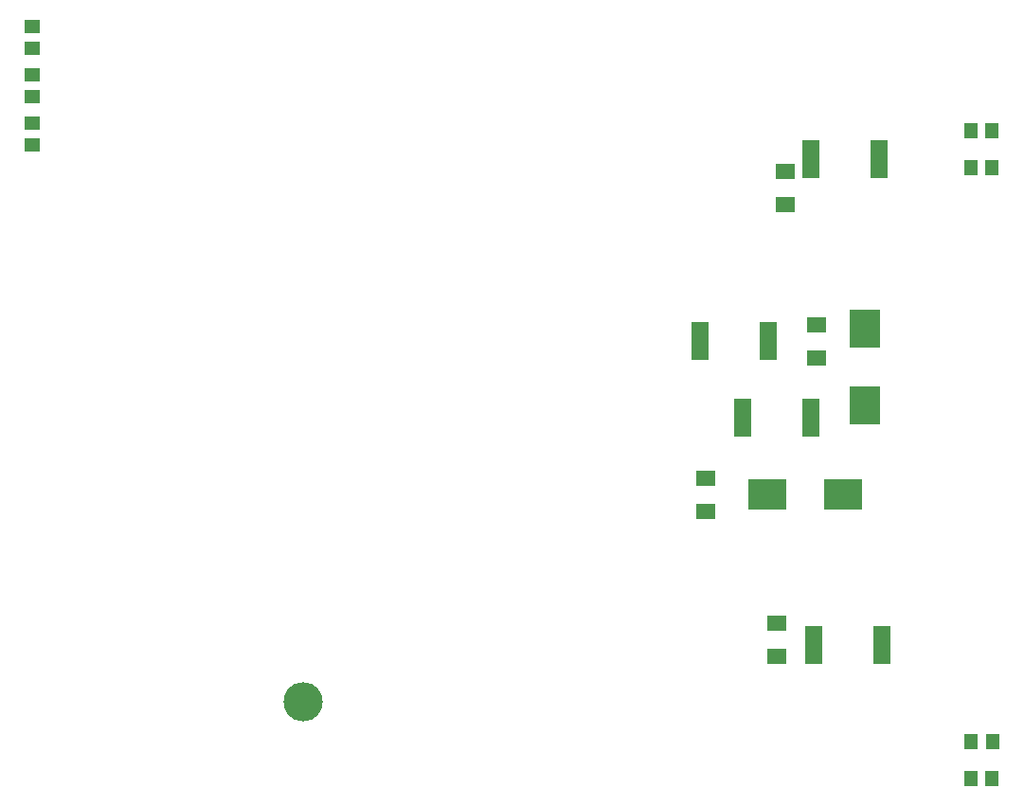
<source format=gbr>
G04 #@! TF.GenerationSoftware,KiCad,Pcbnew,(5.0.0-rc2-dev-586-g888c43477)*
G04 #@! TF.CreationDate,2018-06-03T13:58:00-03:00*
G04 #@! TF.ProjectId,Mcc18,4D636331382E6B696361645F70636200,rev?*
G04 #@! TF.SameCoordinates,Original*
G04 #@! TF.FileFunction,Paste,Top*
G04 #@! TF.FilePolarity,Positive*
%FSLAX46Y46*%
G04 Gerber Fmt 4.6, Leading zero omitted, Abs format (unit mm)*
G04 Created by KiCad (PCBNEW (5.0.0-rc2-dev-586-g888c43477)) date 06/03/18 13:58:00*
%MOMM*%
%LPD*%
G01*
G04 APERTURE LIST*
%ADD10R,1.295000X1.400000*%
%ADD11R,1.800000X1.395000*%
%ADD12O,3.500000X3.500000*%
%ADD13R,3.500000X2.700000*%
%ADD14R,2.700000X3.500000*%
%ADD15R,1.400000X1.295000*%
%ADD16R,1.495000X3.400000*%
G04 APERTURE END LIST*
D10*
X186484500Y-65532000D03*
X188419500Y-65532000D03*
D11*
X169164000Y-109480500D03*
X169164000Y-112515500D03*
X162814000Y-96526500D03*
X162814000Y-99561500D03*
X172720000Y-82810500D03*
X172720000Y-85845500D03*
X169926000Y-69094500D03*
X169926000Y-72129500D03*
D12*
X126850000Y-116586000D03*
D13*
X175104000Y-98044000D03*
X168304000Y-98044000D03*
D14*
X177038000Y-83214000D03*
X177038000Y-90014000D03*
D15*
X102616000Y-60500500D03*
X102616000Y-62435500D03*
D16*
X178531500Y-111506000D03*
X172496500Y-111506000D03*
X168371500Y-84328000D03*
X162336500Y-84328000D03*
X166146500Y-91186000D03*
X172181500Y-91186000D03*
X178277500Y-68072000D03*
X172242500Y-68072000D03*
D15*
X102616000Y-64818500D03*
X102616000Y-66753500D03*
X102616000Y-56182500D03*
X102616000Y-58117500D03*
D10*
X188419500Y-68834000D03*
X186484500Y-68834000D03*
X186484500Y-123444000D03*
X188419500Y-123444000D03*
X188468000Y-120142000D03*
X186533000Y-120142000D03*
M02*

</source>
